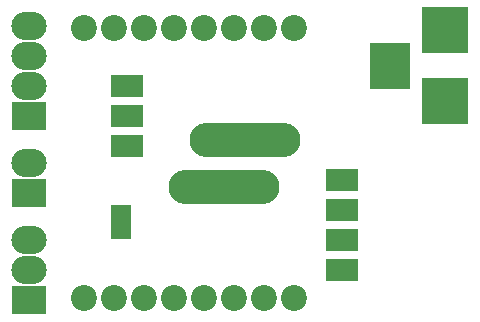
<source format=gts>
G04 #@! TF.FileFunction,Soldermask,Top*
%FSLAX46Y46*%
G04 Gerber Fmt 4.6, Leading zero omitted, Abs format (unit mm)*
G04 Created by KiCad (PCBNEW 4.0.7) date 02/12/20 22:04:27*
%MOMM*%
%LPD*%
G01*
G04 APERTURE LIST*
%ADD10C,0.100000*%
%ADD11R,2.700000X1.900000*%
%ADD12O,9.400000X2.900000*%
%ADD13R,3.900000X3.900000*%
%ADD14R,3.400000X3.900000*%
%ADD15R,3.000000X2.400000*%
%ADD16O,3.000000X2.400000*%
%ADD17C,2.200000*%
%ADD18R,1.700000X1.100000*%
G04 APERTURE END LIST*
D10*
D11*
X147000000Y-61480000D03*
X147000000Y-64020000D03*
X147000000Y-66560000D03*
D12*
X157000000Y-66020000D03*
D13*
X174000000Y-56750000D03*
X174000000Y-62750000D03*
D14*
X169300000Y-59750000D03*
D15*
X138750000Y-79600000D03*
D16*
X138750000Y-77060000D03*
X138750000Y-74520000D03*
D15*
X138750000Y-70500000D03*
D16*
X138750000Y-67960000D03*
D15*
X138750000Y-64000000D03*
D16*
X138750000Y-61460000D03*
X138750000Y-58920000D03*
X138750000Y-56380000D03*
D17*
X143360000Y-56570000D03*
X143360000Y-79430000D03*
X145900000Y-56570000D03*
X145900000Y-79430000D03*
X148440000Y-56570000D03*
X148440000Y-79430000D03*
X150980000Y-56570000D03*
X150980000Y-79430000D03*
X153520000Y-56570000D03*
X153520000Y-79430000D03*
X156060000Y-56570000D03*
X156060000Y-79430000D03*
X158600000Y-56570000D03*
X158600000Y-79430000D03*
X161140000Y-56570000D03*
X161140000Y-79430000D03*
D18*
X146500000Y-72050000D03*
X146500000Y-73950000D03*
X146500000Y-73000000D03*
D11*
X165250000Y-77060000D03*
X165250000Y-74520000D03*
X165250000Y-71980000D03*
X165250000Y-69440000D03*
D12*
X155250000Y-69980000D03*
M02*

</source>
